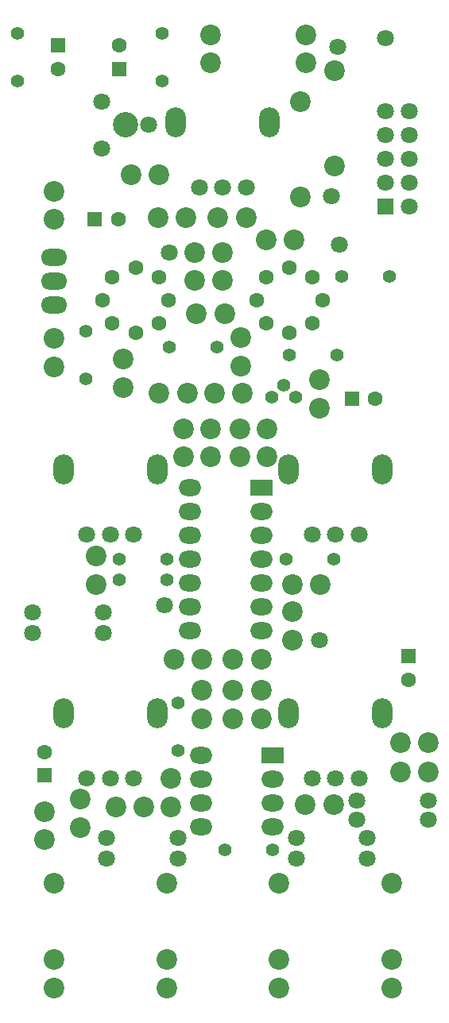
<source format=gbs>
G04 #@! TF.FileFunction,Soldermask,Bot*
%FSLAX46Y46*%
G04 Gerber Fmt 4.6, Leading zero omitted, Abs format (unit mm)*
G04 Created by KiCad (PCBNEW (2016-08-20 BZR 7083)-product) date Sun Dec  4 23:05:15 2016*
%MOMM*%
%LPD*%
G01*
G04 APERTURE LIST*
%ADD10C,0.100000*%
%ADD11C,1.600000*%
%ADD12C,1.800000*%
%ADD13C,2.700000*%
%ADD14C,2.200000*%
%ADD15O,2.200000X3.200000*%
%ADD16R,1.800000X1.800000*%
%ADD17R,1.600000X1.600000*%
%ADD18C,1.400000*%
%ADD19R,2.400000X1.800000*%
%ADD20O,2.400000X1.800000*%
%ADD21O,2.800000X1.800000*%
G04 APERTURE END LIST*
D10*
D11*
X14700000Y79500000D03*
X17174000Y78474000D03*
X18200000Y76000000D03*
X17174000Y73526000D03*
X14700000Y72500000D03*
X12226000Y73526000D03*
X11200000Y76000000D03*
X12226000Y78474000D03*
X27600000Y76000000D03*
X28626000Y78474000D03*
X31100000Y79500000D03*
X33574000Y78474000D03*
X34600000Y76000000D03*
X33574000Y73526000D03*
X31100000Y72500000D03*
X28626000Y73526000D03*
D12*
X16100000Y94700000D03*
X11100000Y92200000D03*
X11100000Y97200000D03*
D13*
X13600000Y94700000D03*
D12*
X41350000Y103950000D03*
X36250000Y103050000D03*
D14*
X32880000Y101300000D03*
X22720000Y101300000D03*
X32880000Y104300000D03*
X22720000Y104300000D03*
D15*
X17000000Y58000000D03*
X7000000Y58000000D03*
D12*
X14500000Y51000000D03*
X12000000Y51000000D03*
X9500000Y51000000D03*
D16*
X41330000Y86020000D03*
D12*
X43870000Y86020000D03*
X41330000Y88560000D03*
X43870000Y88560000D03*
X41330000Y91100000D03*
X43870000Y91100000D03*
X41330000Y93640000D03*
X43870000Y93640000D03*
X41330000Y96180000D03*
X43870000Y96180000D03*
D14*
X18000000Y5698000D03*
X18000000Y13826000D03*
X18000000Y2650000D03*
X30000000Y5698000D03*
X30000000Y13826000D03*
X30000000Y2650000D03*
X42000000Y5698000D03*
X42000000Y13826000D03*
X42000000Y2650000D03*
D15*
X29000000Y95000000D03*
X19000000Y95000000D03*
D12*
X26500000Y88000000D03*
X24000000Y88000000D03*
X21500000Y88000000D03*
D15*
X17000000Y32000000D03*
X7000000Y32000000D03*
D12*
X14500000Y25000000D03*
X12000000Y25000000D03*
X9500000Y25000000D03*
D15*
X41000000Y32000000D03*
X31000000Y32000000D03*
D12*
X38500000Y25000000D03*
X36000000Y25000000D03*
X33500000Y25000000D03*
X17800000Y43500000D03*
X18300000Y81100000D03*
X34300000Y39800000D03*
D17*
X5000000Y25350000D03*
D11*
X5000000Y27850000D03*
D18*
X18040000Y46200000D03*
X12960000Y46200000D03*
D17*
X13000000Y100650000D03*
D11*
X13000000Y103150000D03*
D17*
X6400000Y103150000D03*
D11*
X6400000Y100650000D03*
D18*
X17500000Y99360000D03*
X17500000Y104440000D03*
X2100000Y104440000D03*
X2100000Y99360000D03*
X30760000Y48400000D03*
X35840000Y48400000D03*
X12960000Y48400000D03*
X18040000Y48400000D03*
X19200000Y27960000D03*
X19200000Y33040000D03*
X24260000Y17400000D03*
X29340000Y17400000D03*
D17*
X37750000Y65500000D03*
D11*
X40250000Y65500000D03*
D17*
X10350000Y84600000D03*
D11*
X12850000Y84600000D03*
D17*
X43800000Y38050000D03*
D11*
X43800000Y35550000D03*
D19*
X28110000Y56020000D03*
D20*
X28110000Y53480000D03*
X28110000Y50940000D03*
X28110000Y48400000D03*
X28110000Y45860000D03*
X28110000Y43320000D03*
X28110000Y40780000D03*
X20490000Y40780000D03*
X20490000Y43320000D03*
X20490000Y45860000D03*
X20490000Y48400000D03*
X20490000Y50940000D03*
X20490000Y53480000D03*
X20490000Y56020000D03*
D21*
X6000000Y75460000D03*
X6000000Y80540000D03*
X6000000Y78000000D03*
D12*
X19200000Y16500000D03*
X11600000Y16500000D03*
X31800000Y16500000D03*
X39400000Y16500000D03*
D14*
X35900000Y100480000D03*
X35900000Y90320000D03*
X32300000Y87020000D03*
X32300000Y97180000D03*
D12*
X11600000Y18700000D03*
X19200000Y18700000D03*
X39400000Y18700000D03*
X31800000Y18700000D03*
X11300000Y40500000D03*
X3700000Y40500000D03*
X3700000Y42700000D03*
X11300000Y42700000D03*
X45900000Y22700000D03*
X38300000Y22700000D03*
X38300000Y20600000D03*
X45900000Y20600000D03*
X36450000Y81950000D03*
X35550000Y87050000D03*
D18*
X30500000Y66935000D03*
X29230000Y65665000D03*
X31770000Y65665000D03*
D14*
X6000000Y5698000D03*
X6000000Y13826000D03*
X6000000Y2650000D03*
D15*
X41000000Y58000000D03*
X31000000Y58000000D03*
D12*
X38500000Y51000000D03*
X36000000Y51000000D03*
X33500000Y51000000D03*
D18*
X31060000Y70200000D03*
X36140000Y70200000D03*
X41740000Y78500000D03*
X36660000Y78500000D03*
X9400000Y72740000D03*
X9400000Y67660000D03*
X23340000Y71000000D03*
X18260000Y71000000D03*
D19*
X29310000Y27510000D03*
D20*
X29310000Y24970000D03*
X29310000Y22430000D03*
X29310000Y19890000D03*
X21690000Y19890000D03*
X21690000Y22430000D03*
X21690000Y24970000D03*
X21690000Y27510000D03*
D14*
X14200000Y89400000D03*
X17200000Y89400000D03*
X23500000Y84800000D03*
X26500000Y84800000D03*
X20100000Y84800000D03*
X17100000Y84800000D03*
X5000000Y21500000D03*
X5000000Y18500000D03*
X8800000Y19800000D03*
X8800000Y22800000D03*
X32800000Y22200000D03*
X35800000Y22200000D03*
X10500000Y45700000D03*
X10500000Y48700000D03*
X15600000Y22000000D03*
X12600000Y22000000D03*
X25100000Y34400000D03*
X28100000Y34400000D03*
X18500000Y25000000D03*
X18500000Y22000000D03*
X28100000Y31400000D03*
X25100000Y31400000D03*
X22700000Y62300000D03*
X22700000Y59300000D03*
X21800000Y37700000D03*
X18800000Y37700000D03*
X21800000Y34400000D03*
X21800000Y31400000D03*
X25100000Y37700000D03*
X28100000Y37700000D03*
X19800000Y59300000D03*
X19800000Y62300000D03*
X28700000Y62300000D03*
X28700000Y59300000D03*
X25800000Y59300000D03*
X25800000Y62300000D03*
X20200000Y66100000D03*
X17200000Y66100000D03*
X26100000Y66100000D03*
X23100000Y66100000D03*
X21000000Y81100000D03*
X24000000Y81100000D03*
X28600000Y82400000D03*
X31600000Y82400000D03*
X25900000Y72000000D03*
X25900000Y69000000D03*
X21200000Y74600000D03*
X24200000Y74600000D03*
X24000000Y78100000D03*
X21000000Y78100000D03*
X13400000Y66700000D03*
X13400000Y69700000D03*
X34300000Y67500000D03*
X34300000Y64500000D03*
X6000000Y84600000D03*
X6000000Y87600000D03*
X6000000Y68900000D03*
X6000000Y71900000D03*
X31400000Y45700000D03*
X34400000Y45700000D03*
X31400000Y39800000D03*
X31400000Y42800000D03*
X45900000Y28800000D03*
X42900000Y28800000D03*
X42900000Y25700000D03*
X45900000Y25700000D03*
M02*

</source>
